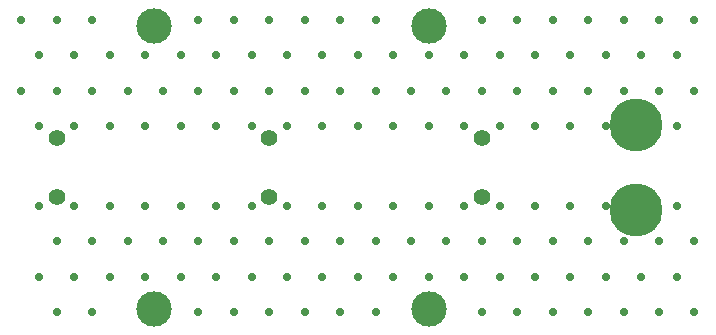
<source format=gbr>
%TF.GenerationSoftware,Altium Limited,Altium Designer,23.7.1 (13)*%
G04 Layer_Color=0*
%FSLAX45Y45*%
%MOMM*%
%TF.SameCoordinates,30466DDA-3D0C-41F1-AC50-7AA24E5CAA7F*%
%TF.FilePolarity,Positive*%
%TF.FileFunction,Plated,1,2,PTH,Drill*%
%TF.Part,Single*%
G01*
G75*
%TA.AperFunction,OtherDrill,Pad Free-8 (13.25mm,3mm)*%
%ADD20C,3.00000*%
%TA.AperFunction,OtherDrill,Pad Free-7 (36.5mm,3mm)*%
%ADD21C,3.00000*%
%TA.AperFunction,OtherDrill,Pad Free-6 (13.25mm,27mm)*%
%ADD22C,3.00000*%
%TA.AperFunction,OtherDrill,Pad Free-5 (36.5mm,27mm)*%
%ADD23C,3.00000*%
%TA.AperFunction,ComponentDrill*%
%ADD24C,4.50000*%
%ADD25C,1.40000*%
%TA.AperFunction,ViaDrill,NotFilled*%
%ADD26C,0.71120*%
D20*
X1325000Y300000D02*
D03*
D21*
X3650000D02*
D03*
D22*
X1325000Y2700000D02*
D03*
D23*
X3650000D02*
D03*
D24*
X5401170Y1140000D02*
D03*
Y1860000D02*
D03*
D25*
X500000Y1750000D02*
D03*
Y1250000D02*
D03*
X4100000Y1750000D02*
D03*
Y1250000D02*
D03*
X2300000Y1750000D02*
D03*
Y1250000D02*
D03*
D26*
X5900000Y2750000D02*
D03*
X5750000Y2450000D02*
D03*
X5900000Y2150000D02*
D03*
X5750000Y1850000D02*
D03*
X5600000Y2750000D02*
D03*
X5450000Y2450000D02*
D03*
X5600000Y2150000D02*
D03*
X5450000Y1850000D02*
D03*
X5300000Y2750000D02*
D03*
X5150000Y2450000D02*
D03*
X5300000Y2150000D02*
D03*
X5150000Y1850000D02*
D03*
X5000000Y2750000D02*
D03*
X4850000Y2450000D02*
D03*
X5000000Y2150000D02*
D03*
X4850000Y1850000D02*
D03*
X4700000Y2750000D02*
D03*
X4550000Y2450000D02*
D03*
X4700000Y2150000D02*
D03*
X4550000Y1850000D02*
D03*
X4400000Y2750000D02*
D03*
X4250000Y2450000D02*
D03*
X4400000Y2150000D02*
D03*
X4250000Y1850000D02*
D03*
X4100000Y2750000D02*
D03*
X3950000Y2450000D02*
D03*
X4100000Y2150000D02*
D03*
X3950000Y1850000D02*
D03*
X3650001Y2450000D02*
D03*
X3800001Y2150000D02*
D03*
X3650001Y1850000D02*
D03*
X3350001Y2450000D02*
D03*
X3500001Y2150000D02*
D03*
X3350001Y1850000D02*
D03*
X3200001Y2750000D02*
D03*
X3050001Y2450000D02*
D03*
X3200001Y2150000D02*
D03*
X3050001Y1850000D02*
D03*
X2900001Y2750000D02*
D03*
X2750001Y2450000D02*
D03*
X2900001Y2150000D02*
D03*
X2750001Y1850000D02*
D03*
X2600001Y2750000D02*
D03*
X2450001Y2450000D02*
D03*
X2600001Y2150000D02*
D03*
X2450001Y1850000D02*
D03*
X2300001Y2750000D02*
D03*
X2150001Y2450000D02*
D03*
X2300001Y2150000D02*
D03*
X2150001Y1850000D02*
D03*
X2000001Y2750000D02*
D03*
X1850001Y2450000D02*
D03*
X2000001Y2150000D02*
D03*
X1850001Y1850000D02*
D03*
X1700001Y2750000D02*
D03*
X1550001Y2450000D02*
D03*
X1700001Y2150000D02*
D03*
X1550001Y1850000D02*
D03*
X1250001Y2450000D02*
D03*
X1400001Y2150000D02*
D03*
X1250001Y1850000D02*
D03*
X950001Y2450000D02*
D03*
X1100001Y2150000D02*
D03*
X950001Y1850000D02*
D03*
X800001Y2750000D02*
D03*
X650001Y2450000D02*
D03*
X800001Y2150000D02*
D03*
X650001Y1850000D02*
D03*
X500002Y2750000D02*
D03*
X350002Y2450000D02*
D03*
X500002Y2150000D02*
D03*
X350002Y1850000D02*
D03*
X200002Y2750000D02*
D03*
Y2150000D02*
D03*
X5749999Y1175000D02*
D03*
X5899999Y875000D02*
D03*
X5749999Y575000D02*
D03*
X5899999Y275000D02*
D03*
X5450000Y1175000D02*
D03*
X5599999Y875000D02*
D03*
X5450000Y575000D02*
D03*
X5599999Y275000D02*
D03*
X5150000Y1175000D02*
D03*
X5300000Y875000D02*
D03*
X5150000Y575000D02*
D03*
X5300000Y275000D02*
D03*
X4850000Y1175000D02*
D03*
X5000000Y875000D02*
D03*
X4850000Y575000D02*
D03*
X5000000Y275000D02*
D03*
X4550000Y1175000D02*
D03*
X4700000Y875000D02*
D03*
X4550000Y575000D02*
D03*
X4700000Y275000D02*
D03*
X4250000Y1175000D02*
D03*
X4400000Y875000D02*
D03*
X4250000Y575000D02*
D03*
X4400000Y275000D02*
D03*
X3950000Y1175000D02*
D03*
X4100000Y875000D02*
D03*
X3950000Y575000D02*
D03*
X4100000Y275000D02*
D03*
X3650000Y1175000D02*
D03*
X3800000Y875000D02*
D03*
X3650000Y575000D02*
D03*
X3350000Y1175000D02*
D03*
X3500000Y875000D02*
D03*
X3350000Y575000D02*
D03*
X3050000Y1175000D02*
D03*
X3200000Y875000D02*
D03*
X3050000Y575000D02*
D03*
X3200000Y275000D02*
D03*
X2750000Y1175000D02*
D03*
X2900000Y875000D02*
D03*
X2750000Y575000D02*
D03*
X2900000Y275000D02*
D03*
X2450000Y1175000D02*
D03*
X2600000Y875000D02*
D03*
X2450000Y575000D02*
D03*
X2600000Y275000D02*
D03*
X2150001Y1175000D02*
D03*
X2300000Y875000D02*
D03*
X2150001Y575000D02*
D03*
X2300000Y275000D02*
D03*
X1850001Y1175000D02*
D03*
X2000001Y875000D02*
D03*
X1850001Y575000D02*
D03*
X2000001Y275000D02*
D03*
X1550001Y1175000D02*
D03*
X1700001Y875000D02*
D03*
X1550001Y575000D02*
D03*
X1700001Y275000D02*
D03*
X1250001Y1175000D02*
D03*
X1400001Y875000D02*
D03*
X1250001Y575000D02*
D03*
X950001Y1175000D02*
D03*
X1100001Y875000D02*
D03*
X950001Y575000D02*
D03*
X650001Y1175000D02*
D03*
X800001Y875000D02*
D03*
X650001Y575000D02*
D03*
X800001Y275000D02*
D03*
X350001Y1175000D02*
D03*
X500001Y875000D02*
D03*
X350001Y575000D02*
D03*
X500001Y275000D02*
D03*
%TF.MD5,dadc9e6cc68d565e5ff769c440570d0b*%
M02*

</source>
